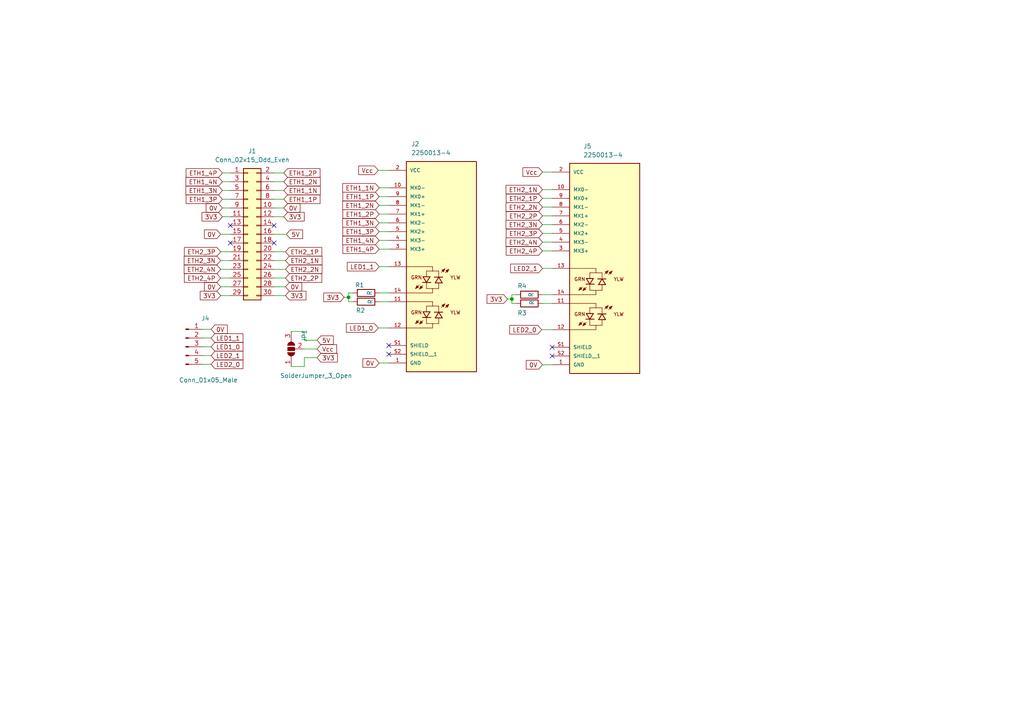
<source format=kicad_sch>
(kicad_sch (version 20211123) (generator eeschema)
  (paper "A4")
  (lib_symbols
    (symbol "Connector:Conn_01x05_Male" (pin_names (offset 1.016) hide)
      (property "Reference" "J" (at 0 7.62 0))
      (property "Value" "Conn_01x05_Male" (at 0 -7.62 0))
      (symbol "Conn_01x05_Male_1_1"
        (polyline (pts (xy 1.27 -5.08) (xy 0.8636 -5.08)) (stroke (width 0.1524)))
        (polyline (pts (xy 1.27 -2.54) (xy 0.8636 -2.54)) (stroke (width 0.1524)))
        (polyline (pts (xy 1.27 0) (xy 0.8636 0)) (stroke (width 0.1524)))
        (polyline (pts (xy 1.27 2.54) (xy 0.8636 2.54)) (stroke (width 0.1524)))
        (polyline (pts (xy 1.27 5.08) (xy 0.8636 5.08)) (stroke (width 0.1524)))
        (rectangle (start 0.8636 -4.953) (end 0 -5.207) (stroke (width 0.1524)) (fill (type outline)))
        (rectangle (start 0.8636 -2.413) (end 0 -2.667) (stroke (width 0.1524)) (fill (type outline)))
        (rectangle (start 0.8636 0.127) (end 0 -0.127) (stroke (width 0.1524)) (fill (type outline)))
        (rectangle (start 0.8636 2.667) (end 0 2.413) (stroke (width 0.1524)) (fill (type outline)))
        (rectangle (start 0.8636 5.207) (end 0 4.953) (stroke (width 0.1524)) (fill (type outline)))
        (pin passive line (at 5.08 5.08 180) (length 3.81) (name "Pin_1") (number "1"))
        (pin passive line (at 5.08 2.54 180) (length 3.81) (name "Pin_2") (number "2"))
        (pin passive line (at 5.08 0 180) (length 3.81) (name "Pin_3") (number "3"))
        (pin passive line (at 5.08 -2.54 180) (length 3.81) (name "Pin_4") (number "4"))
        (pin passive line (at 5.08 -5.08 180) (length 3.81) (name "Pin_5") (number "5"))
      )
    )
    (symbol "Connector_Generic:Conn_02x15_Odd_Even" (pin_names (offset 1.016) hide)
      (property "Reference" "J" (at 1.27 20.32 0))
      (property "Value" "Conn_02x15_Odd_Even" (at 1.27 -20.32 0))
      (symbol "Conn_02x15_Odd_Even_1_1"
        (rectangle (start -1.27 -17.653) (end 0 -17.907) (stroke (width 0.1524)))
        (rectangle (start -1.27 -15.113) (end 0 -15.367) (stroke (width 0.1524)))
        (rectangle (start -1.27 -12.573) (end 0 -12.827) (stroke (width 0.1524)))
        (rectangle (start -1.27 -10.033) (end 0 -10.287) (stroke (width 0.1524)))
        (rectangle (start -1.27 -7.493) (end 0 -7.747) (stroke (width 0.1524)))
        (rectangle (start -1.27 -4.953) (end 0 -5.207) (stroke (width 0.1524)))
        (rectangle (start -1.27 -2.413) (end 0 -2.667) (stroke (width 0.1524)))
        (rectangle (start -1.27 0.127) (end 0 -0.127) (stroke (width 0.1524)))
        (rectangle (start -1.27 2.667) (end 0 2.413) (stroke (width 0.1524)))
        (rectangle (start -1.27 5.207) (end 0 4.953) (stroke (width 0.1524)))
        (rectangle (start -1.27 7.747) (end 0 7.493) (stroke (width 0.1524)))
        (rectangle (start -1.27 10.287) (end 0 10.033) (stroke (width 0.1524)))
        (rectangle (start -1.27 12.827) (end 0 12.573) (stroke (width 0.1524)))
        (rectangle (start -1.27 15.367) (end 0 15.113) (stroke (width 0.1524)))
        (rectangle (start -1.27 17.907) (end 0 17.653) (stroke (width 0.1524)))
        (rectangle (start -1.27 19.05) (end 3.81 -19.05) (stroke (width 0.254)) (fill (type background)))
        (rectangle (start 3.81 -17.653) (end 2.54 -17.907) (stroke (width 0.1524)))
        (rectangle (start 3.81 -15.113) (end 2.54 -15.367) (stroke (width 0.1524)))
        (rectangle (start 3.81 -12.573) (end 2.54 -12.827) (stroke (width 0.1524)))
        (rectangle (start 3.81 -10.033) (end 2.54 -10.287) (stroke (width 0.1524)))
        (rectangle (start 3.81 -7.493) (end 2.54 -7.747) (stroke (width 0.1524)))
        (rectangle (start 3.81 -4.953) (end 2.54 -5.207) (stroke (width 0.1524)))
        (rectangle (start 3.81 -2.413) (end 2.54 -2.667) (stroke (width 0.1524)))
        (rectangle (start 3.81 0.127) (end 2.54 -0.127) (stroke (width 0.1524)))
        (rectangle (start 3.81 2.667) (end 2.54 2.413) (stroke (width 0.1524)))
        (rectangle (start 3.81 5.207) (end 2.54 4.953) (stroke (width 0.1524)))
        (rectangle (start 3.81 7.747) (end 2.54 7.493) (stroke (width 0.1524)))
        (rectangle (start 3.81 10.287) (end 2.54 10.033) (stroke (width 0.1524)))
        (rectangle (start 3.81 12.827) (end 2.54 12.573) (stroke (width 0.1524)))
        (rectangle (start 3.81 15.367) (end 2.54 15.113) (stroke (width 0.1524)))
        (rectangle (start 3.81 17.907) (end 2.54 17.653) (stroke (width 0.1524)))
        (pin passive line (at -5.08 17.78 0) (length 3.81) (name "Pin_1") (number "1"))
        (pin passive line (at 7.62 7.62 180) (length 3.81) (name "Pin_10") (number "10"))
        (pin passive line (at -5.08 5.08 0) (length 3.81) (name "Pin_11") (number "11"))
        (pin passive line (at 7.62 5.08 180) (length 3.81) (name "Pin_12") (number "12"))
        (pin passive line (at -5.08 2.54 0) (length 3.81) (name "Pin_13") (number "13"))
        (pin passive line (at 7.62 2.54 180) (length 3.81) (name "Pin_14") (number "14"))
        (pin passive line (at -5.08 0 0) (length 3.81) (name "Pin_15") (number "15"))
        (pin passive line (at 7.62 0 180) (length 3.81) (name "Pin_16") (number "16"))
        (pin passive line (at -5.08 -2.54 0) (length 3.81) (name "Pin_17") (number "17"))
        (pin passive line (at 7.62 -2.54 180) (length 3.81) (name "Pin_18") (number "18"))
        (pin passive line (at -5.08 -5.08 0) (length 3.81) (name "Pin_19") (number "19"))
        (pin passive line (at 7.62 17.78 180) (length 3.81) (name "Pin_2") (number "2"))
        (pin passive line (at 7.62 -5.08 180) (length 3.81) (name "Pin_20") (number "20"))
        (pin passive line (at -5.08 -7.62 0) (length 3.81) (name "Pin_21") (number "21"))
        (pin passive line (at 7.62 -7.62 180) (length 3.81) (name "Pin_22") (number "22"))
        (pin passive line (at -5.08 -10.16 0) (length 3.81) (name "Pin_23") (number "23"))
        (pin passive line (at 7.62 -10.16 180) (length 3.81) (name "Pin_24") (number "24"))
        (pin passive line (at -5.08 -12.7 0) (length 3.81) (name "Pin_25") (number "25"))
        (pin passive line (at 7.62 -12.7 180) (length 3.81) (name "Pin_26") (number "26"))
        (pin passive line (at -5.08 -15.24 0) (length 3.81) (name "Pin_27") (number "27"))
        (pin passive line (at 7.62 -15.24 180) (length 3.81) (name "Pin_28") (number "28"))
        (pin passive line (at -5.08 -17.78 0) (length 3.81) (name "Pin_29") (number "29"))
        (pin passive line (at -5.08 15.24 0) (length 3.81) (name "Pin_3") (number "3"))
        (pin passive line (at 7.62 -17.78 180) (length 3.81) (name "Pin_30") (number "30"))
        (pin passive line (at 7.62 15.24 180) (length 3.81) (name "Pin_4") (number "4"))
        (pin passive line (at -5.08 12.7 0) (length 3.81) (name "Pin_5") (number "5"))
        (pin passive line (at 7.62 12.7 180) (length 3.81) (name "Pin_6") (number "6"))
        (pin passive line (at -5.08 10.16 0) (length 3.81) (name "Pin_7") (number "7"))
        (pin passive line (at 7.62 10.16 180) (length 3.81) (name "Pin_8") (number "8"))
        (pin passive line (at -5.08 7.62 0) (length 3.81) (name "Pin_9") (number "9"))
      )
    )
    (symbol "DaveLib:2250013-4" (pin_names (offset 1.016))
      (property "Reference" "J" (at -10.16 28.702 0))
      (property "Value" "2250013-4" (at -10.16 -35.56 0))
      (symbol "2250013-4_0_0"
        (rectangle (start -10.16 -33.02) (end 10.16 27.94) (stroke (width 0.254)) (fill (type background)))
        (polyline (pts (xy -6.477 -18.034) (xy -7.493 -19.05)) (stroke (width 0.1524)))
        (polyline (pts (xy -6.477 -7.874) (xy -7.493 -8.89)) (stroke (width 0.1524)))
        (polyline (pts (xy -5.461 -17.272) (xy -4.318 -17.272)) (stroke (width 0.254)))
        (polyline (pts (xy -5.461 -7.112) (xy -4.318 -7.112)) (stroke (width 0.254)))
        (polyline (pts (xy -5.334 -18.161) (xy -6.35 -19.177)) (stroke (width 0.1524)))
        (polyline (pts (xy -5.334 -15.621) (xy -4.318 -17.272)) (stroke (width 0.254)))
        (polyline (pts (xy -5.334 -15.621) (xy -3.302 -15.621)) (stroke (width 0.254)))
        (polyline (pts (xy -5.334 -8.001) (xy -6.35 -9.017)) (stroke (width 0.1524)))
        (polyline (pts (xy -5.334 -5.461) (xy -4.318 -7.112)) (stroke (width 0.254)))
        (polyline (pts (xy -5.334 -5.461) (xy -3.302 -5.461)) (stroke (width 0.254)))
        (polyline (pts (xy -4.318 -19.05) (xy -2.54 -19.05)) (stroke (width 0.1524)))
        (polyline (pts (xy -4.318 -17.399) (xy -4.318 -19.05)) (stroke (width 0.1524)))
        (polyline (pts (xy -4.318 -17.272) (xy -3.302 -15.621)) (stroke (width 0.254)))
        (polyline (pts (xy -4.318 -17.272) (xy -3.048 -17.272)) (stroke (width 0.254)))
        (polyline (pts (xy -4.318 -13.97) (xy -4.318 -15.494)) (stroke (width 0.1524)))
        (polyline (pts (xy -4.318 -13.97) (xy -2.54 -13.97)) (stroke (width 0.1524)))
        (polyline (pts (xy -4.318 -8.89) (xy -2.54 -8.89)) (stroke (width 0.1524)))
        (polyline (pts (xy -4.318 -7.239) (xy -4.318 -8.89)) (stroke (width 0.1524)))
        (polyline (pts (xy -4.318 -7.112) (xy -3.302 -5.461)) (stroke (width 0.254)))
        (polyline (pts (xy -4.318 -7.112) (xy -3.048 -7.112)) (stroke (width 0.254)))
        (polyline (pts (xy -4.318 -3.81) (xy -4.318 -5.334)) (stroke (width 0.1524)))
        (polyline (pts (xy -4.318 -3.81) (xy -2.54 -3.81)) (stroke (width 0.1524)))
        (polyline (pts (xy -2.54 -20.32) (xy -10.16 -20.32)) (stroke (width 0.1524)))
        (polyline (pts (xy -2.54 -19.05) (xy -2.54 -20.32)) (stroke (width 0.1524)))
        (polyline (pts (xy -2.54 -19.05) (xy -0.762 -19.05)) (stroke (width 0.1524)))
        (polyline (pts (xy -2.54 -13.97) (xy -2.54 -12.7)) (stroke (width 0.1524)))
        (polyline (pts (xy -2.54 -13.97) (xy -0.762 -13.97)) (stroke (width 0.1524)))
        (polyline (pts (xy -2.54 -12.7) (xy -10.16 -12.7)) (stroke (width 0.1524)))
        (polyline (pts (xy -2.54 -10.16) (xy -10.16 -10.16)) (stroke (width 0.1524)))
        (polyline (pts (xy -2.54 -8.89) (xy -2.54 -10.16)) (stroke (width 0.1524)))
        (polyline (pts (xy -2.54 -8.89) (xy -0.762 -8.89)) (stroke (width 0.1524)))
        (polyline (pts (xy -2.54 -3.81) (xy -2.54 -2.54)) (stroke (width 0.1524)))
        (polyline (pts (xy -2.54 -3.81) (xy -0.762 -3.81)) (stroke (width 0.1524)))
        (polyline (pts (xy -2.54 -2.54) (xy -10.16 -2.54)) (stroke (width 0.1524)))
        (polyline (pts (xy -0.762 -19.05) (xy -0.762 -17.526)) (stroke (width 0.1524)))
        (polyline (pts (xy -0.762 -15.748) (xy -2.032 -15.748)) (stroke (width 0.254)))
        (polyline (pts (xy -0.762 -15.748) (xy -1.778 -17.399)) (stroke (width 0.254)))
        (polyline (pts (xy -0.762 -15.621) (xy -0.762 -13.97)) (stroke (width 0.1524)))
        (polyline (pts (xy -0.762 -8.89) (xy -0.762 -7.366)) (stroke (width 0.1524)))
        (polyline (pts (xy -0.762 -5.588) (xy -2.032 -5.588)) (stroke (width 0.254)))
        (polyline (pts (xy -0.762 -5.588) (xy -1.778 -7.239)) (stroke (width 0.254)))
        (polyline (pts (xy -0.762 -5.461) (xy -0.762 -3.81)) (stroke (width 0.1524)))
        (polyline (pts (xy 0 -14.351) (xy 1.016 -13.335)) (stroke (width 0.1524)))
        (polyline (pts (xy 0 -4.191) (xy 1.016 -3.175)) (stroke (width 0.1524)))
        (polyline (pts (xy 0.254 -17.399) (xy -1.778 -17.399)) (stroke (width 0.254)))
        (polyline (pts (xy 0.254 -17.399) (xy -0.762 -15.748)) (stroke (width 0.254)))
        (polyline (pts (xy 0.254 -7.239) (xy -1.778 -7.239)) (stroke (width 0.254)))
        (polyline (pts (xy 0.254 -7.239) (xy -0.762 -5.588)) (stroke (width 0.254)))
        (polyline (pts (xy 0.381 -15.748) (xy -0.762 -15.748)) (stroke (width 0.254)))
        (polyline (pts (xy 0.381 -5.588) (xy -0.762 -5.588)) (stroke (width 0.254)))
        (polyline (pts (xy 1.143 -14.478) (xy 2.159 -13.462)) (stroke (width 0.1524)))
        (polyline (pts (xy 1.143 -4.318) (xy 2.159 -3.302)) (stroke (width 0.1524)))
        (polyline (pts (xy -7.493 -19.05) (xy -6.604 -18.669) (xy -7.112 -18.161) (xy -7.493 -19.05)) (stroke (width 0.1524)) (fill (type outline)))
        (polyline (pts (xy -7.493 -8.89) (xy -6.604 -8.509) (xy -7.112 -8.001) (xy -7.493 -8.89)) (stroke (width 0.1524)) (fill (type outline)))
        (polyline (pts (xy -6.35 -19.177) (xy -5.461 -18.796) (xy -5.969 -18.288) (xy -6.35 -19.177)) (stroke (width 0.1524)) (fill (type outline)))
        (polyline (pts (xy -6.35 -9.017) (xy -5.461 -8.636) (xy -5.969 -8.128) (xy -6.35 -9.017)) (stroke (width 0.1524)) (fill (type outline)))
        (polyline (pts (xy 1.016 -13.335) (xy 0.127 -13.716) (xy 0.635 -14.224) (xy 1.016 -13.335)) (stroke (width 0.1524)) (fill (type outline)))
        (polyline (pts (xy 1.016 -3.175) (xy 0.127 -3.556) (xy 0.635 -4.064) (xy 1.016 -3.175)) (stroke (width 0.1524)) (fill (type outline)))
        (polyline (pts (xy 2.159 -13.462) (xy 1.27 -13.843) (xy 1.778 -14.351) (xy 2.159 -13.462)) (stroke (width 0.1524)) (fill (type outline)))
        (polyline (pts (xy 2.159 -3.302) (xy 1.27 -3.683) (xy 1.778 -4.191) (xy 2.159 -3.302)) (stroke (width 0.1524)) (fill (type outline)))
        (text "GRN" (at -8.89 -15.24 0) (effects (font (size 1.016 1.016)) (justify left top)))
        (text "GRN" (at -8.89 -5.08 0) (effects (font (size 1.016 1.016)) (justify left top)))
        (text "YLW" (at 2.54 -15.24 0) (effects (font (size 1.016 1.016)) (justify left top)))
        (text "YLW" (at 2.54 -5.08 0) (effects (font (size 1.016 1.016)) (justify left top)))
        (pin power_in line (at -15.24 -30.48 0) (length 5.08) (name "GND") (number "1"))
        (pin passive line (at -15.24 20.32 0) (length 5.08) (name "MX0-") (number "10"))
        (pin passive line (at -15.24 -12.7 0) (length 5.08) (name "~") (number "11"))
        (pin passive line (at -15.24 -20.32 0) (length 5.08) (name "~") (number "12"))
        (pin passive line (at -15.24 -2.54 0) (length 5.08) (name "~") (number "13"))
        (pin passive line (at -15.24 -10.16 0) (length 5.08) (name "~") (number "14"))
        (pin power_in line (at -15.24 25.4 0) (length 5.08) (name "VCC") (number "2"))
        (pin passive line (at -15.24 2.54 0) (length 5.08) (name "MX3+") (number "3"))
        (pin passive line (at -15.24 5.08 0) (length 5.08) (name "MX3-") (number "4"))
        (pin passive line (at -15.24 7.62 0) (length 5.08) (name "MX2+") (number "5"))
        (pin passive line (at -15.24 10.16 0) (length 5.08) (name "MX2-") (number "6"))
        (pin passive line (at -15.24 12.7 0) (length 5.08) (name "MX1+") (number "7"))
        (pin passive line (at -15.24 15.24 0) (length 5.08) (name "MX1-") (number "8"))
        (pin passive line (at -15.24 17.78 0) (length 5.08) (name "MX0+") (number "9"))
        (pin passive line (at -15.24 -25.4 0) (length 5.08) (name "SHIELD") (number "S1"))
        (pin passive line (at -15.24 -27.94 0) (length 5.08) (name "SHIELD__1") (number "S2"))
      )
    )
    (symbol "Device:R" (pin_numbers hide) (pin_names (offset 0))
      (property "Reference" "R" (at 2.032 0 90))
      (property "Value" "R" (at 0 0 90))
      (symbol "R_0_1"
        (rectangle (start -1.016 -2.54) (end 1.016 2.54) (stroke (width 0.254)))
      )
      (symbol "R_1_1"
        (pin passive line (at 0 3.81 270) (length 1.27) (name "~") (number "1"))
        (pin passive line (at 0 -3.81 90) (length 1.27) (name "~") (number "2"))
      )
    )
    (symbol "keyboard-rescue:SolderJumper_3_Open-Jumper" (pin_names (offset 0) hide)
      (property "Reference" "JP" (at -2.54 -2.54 0))
      (property "Value" "SolderJumper_3_Open-Jumper" (at 0 2.794 0))
      (symbol "SolderJumper_3_Open-Jumper_0_1"
        (arc (start -1.016 1.016) (mid -2.032 0) (end -1.016 -1.016))
        (arc (start -1.016 1.016) (mid -2.032 0) (end -1.016 -1.016) (fill (type outline)))
        (rectangle (start -0.508 1.016) (end 0.508 -1.016) (fill (type outline)))
        (polyline (pts (xy -2.54 0) (xy -2.032 0)))
        (polyline (pts (xy -1.016 1.016) (xy -1.016 -1.016)))
        (polyline (pts (xy 0 -1.27) (xy 0 -1.016)))
        (polyline (pts (xy 1.016 1.016) (xy 1.016 -1.016)))
        (polyline (pts (xy 2.54 0) (xy 2.032 0)))
        (arc (start 1.016 -1.016) (mid 2.032 0) (end 1.016 1.016))
        (arc (start 1.016 -1.016) (mid 2.032 0) (end 1.016 1.016) (fill (type outline)))
      )
      (symbol "SolderJumper_3_Open-Jumper_1_1"
        (pin passive line (at -5.08 0 0) (length 2.54) (name "A") (number "1"))
        (pin input line (at 0 -3.81 90) (length 2.54) (name "C") (number "2"))
        (pin passive line (at 5.08 0 180) (length 2.54) (name "B") (number "3"))
      )
    )
  )
  (junction (at 101.092 86.233))
  (junction (at 148.463 86.741))
  (no_connect (at 112.776 102.743))
  (no_connect (at 79.502 70.485))
  (no_connect (at 112.776 100.203))
  (no_connect (at 160.147 103.251))
  (no_connect (at 66.802 70.485))
  (no_connect (at 66.802 65.405))
  (no_connect (at 160.147 100.711))
  (no_connect (at 79.502 65.405))
  (wire (pts (xy 84.455 106.299) (xy 88.265 106.299)))
  (wire (pts (xy 157.353 62.611) (xy 160.147 62.611)))
  (wire (pts (xy 58.928 103.124) (xy 61.214 103.124)))
  (wire (pts (xy 109.982 69.723) (xy 112.776 69.723)))
  (wire (pts (xy 109.982 62.103) (xy 112.776 62.103)))
  (wire (pts (xy 79.502 75.565) (xy 82.804 75.565)))
  (wire (pts (xy 101.092 84.963) (xy 101.092 86.233)))
  (wire (pts (xy 79.502 85.725) (xy 82.804 85.725)))
  (wire (pts (xy 101.092 87.503) (xy 102.362 87.503)))
  (wire (pts (xy 79.502 57.785) (xy 82.296 57.785)))
  (wire (pts (xy 88.265 101.219) (xy 91.948 101.219)))
  (wire (pts (xy 88.265 103.759) (xy 91.948 103.759)))
  (wire (pts (xy 64.516 57.785) (xy 66.802 57.785)))
  (wire (pts (xy 148.463 88.011) (xy 149.733 88.011)))
  (wire (pts (xy 157.099 95.631) (xy 160.147 95.631)))
  (wire (pts (xy 79.502 50.165) (xy 82.296 50.165)))
  (wire (pts (xy 157.353 57.531) (xy 160.147 57.531)))
  (wire (pts (xy 109.982 84.963) (xy 112.776 84.963)))
  (wire (pts (xy 109.982 64.643) (xy 112.776 64.643)))
  (wire (pts (xy 157.353 67.691) (xy 160.147 67.691)))
  (wire (pts (xy 157.353 77.851) (xy 160.147 77.851)))
  (wire (pts (xy 79.502 55.245) (xy 82.296 55.245)))
  (wire (pts (xy 79.502 52.705) (xy 82.296 52.705)))
  (wire (pts (xy 157.353 72.771) (xy 160.147 72.771)))
  (wire (pts (xy 157.353 54.991) (xy 160.147 54.991)))
  (wire (pts (xy 64.008 85.725) (xy 66.802 85.725)))
  (wire (pts (xy 157.353 65.151) (xy 160.147 65.151)))
  (wire (pts (xy 109.982 59.563) (xy 112.776 59.563)))
  (wire (pts (xy 64.008 78.105) (xy 66.802 78.105)))
  (wire (pts (xy 58.928 95.504) (xy 61.214 95.504)))
  (wire (pts (xy 148.463 85.471) (xy 148.463 86.741)))
  (wire (pts (xy 64.008 73.025) (xy 66.802 73.025)))
  (wire (pts (xy 64.516 62.865) (xy 66.802 62.865)))
  (wire (pts (xy 64.008 67.945) (xy 66.802 67.945)))
  (wire (pts (xy 109.982 57.023) (xy 112.776 57.023)))
  (wire (pts (xy 79.502 62.865) (xy 82.296 62.865)))
  (wire (pts (xy 109.982 87.503) (xy 112.776 87.503)))
  (wire (pts (xy 64.516 60.325) (xy 66.802 60.325)))
  (wire (pts (xy 79.502 78.105) (xy 82.804 78.105)))
  (wire (pts (xy 58.928 100.584) (xy 61.214 100.584)))
  (wire (pts (xy 88.265 96.139) (xy 88.265 98.679)))
  (wire (pts (xy 157.353 105.791) (xy 160.147 105.791)))
  (wire (pts (xy 147.193 86.741) (xy 148.463 86.741)))
  (wire (pts (xy 79.502 73.025) (xy 82.804 73.025)))
  (wire (pts (xy 157.353 49.911) (xy 160.147 49.911)))
  (wire (pts (xy 88.265 98.679) (xy 91.948 98.679)))
  (wire (pts (xy 157.353 88.011) (xy 160.147 88.011)))
  (wire (pts (xy 64.516 55.245) (xy 66.802 55.245)))
  (wire (pts (xy 88.265 106.299) (xy 88.265 103.759)))
  (wire (pts (xy 148.463 86.741) (xy 148.463 88.011)))
  (wire (pts (xy 109.982 54.483) (xy 112.776 54.483)))
  (wire (pts (xy 109.982 105.283) (xy 112.776 105.283)))
  (wire (pts (xy 99.822 86.233) (xy 101.092 86.233)))
  (wire (pts (xy 79.502 60.325) (xy 82.296 60.325)))
  (wire (pts (xy 79.502 83.185) (xy 82.804 83.185)))
  (wire (pts (xy 101.092 86.233) (xy 101.092 87.503)))
  (wire (pts (xy 149.733 85.471) (xy 148.463 85.471)))
  (wire (pts (xy 58.928 98.044) (xy 61.214 98.044)))
  (wire (pts (xy 109.982 77.343) (xy 112.776 77.343)))
  (wire (pts (xy 109.728 49.403) (xy 112.776 49.403)))
  (wire (pts (xy 157.353 85.471) (xy 160.147 85.471)))
  (wire (pts (xy 79.502 67.945) (xy 83.058 67.945)))
  (wire (pts (xy 64.516 50.165) (xy 66.802 50.165)))
  (wire (pts (xy 102.362 84.963) (xy 101.092 84.963)))
  (wire (pts (xy 79.502 80.645) (xy 82.804 80.645)))
  (wire (pts (xy 157.353 70.231) (xy 160.147 70.231)))
  (wire (pts (xy 58.928 105.664) (xy 61.214 105.664)))
  (wire (pts (xy 64.008 83.185) (xy 66.802 83.185)))
  (wire (pts (xy 64.008 75.565) (xy 66.802 75.565)))
  (wire (pts (xy 84.455 96.139) (xy 88.265 96.139)))
  (wire (pts (xy 157.353 60.071) (xy 160.147 60.071)))
  (wire (pts (xy 109.728 95.123) (xy 112.776 95.123)))
  (wire (pts (xy 109.982 72.263) (xy 112.776 72.263)))
  (wire (pts (xy 64.516 52.705) (xy 66.802 52.705)))
  (wire (pts (xy 64.008 80.645) (xy 66.802 80.645)))
  (wire (pts (xy 109.982 67.183) (xy 112.776 67.183)))
  (global_label "3V3" (shape input) (at 91.948 103.759 0) (property "Intersheet References" "${INTERSHEET_REFS}" (effects hide)))
  (global_label "3V3" (shape input) (at 82.804 85.725 0) (property "Intersheet References" "${INTERSHEET_REFS}" (effects hide)))
  (global_label "ETH1_4N" (shape input) (at 64.516 52.705 180) (property "Intersheet References" "${INTERSHEET_REFS}" (effects hide)))
  (global_label "ETH1_3N" (shape input) (at 64.516 55.245 180) (property "Intersheet References" "${INTERSHEET_REFS}" (effects hide)))
  (global_label "ETH1_4P" (shape input) (at 64.516 50.165 180) (property "Intersheet References" "${INTERSHEET_REFS}" (effects hide)))
  (global_label "ETH1_1P" (shape input) (at 82.296 57.785 0) (property "Intersheet References" "${INTERSHEET_REFS}" (effects hide)))
  (global_label "ETH1_3P" (shape input) (at 64.516 57.785 180) (property "Intersheet References" "${INTERSHEET_REFS}" (effects hide)))
  (global_label "3V3" (shape input) (at 82.296 62.865 0) (property "Intersheet References" "${INTERSHEET_REFS}" (effects hide)))
  (global_label "Vcc" (shape input) (at 91.948 101.219 0) (property "Intersheet References" "${INTERSHEET_REFS}" (effects hide)))
  (global_label "ETH2_2P" (shape input) (at 82.804 80.645 0) (property "Intersheet References" "${INTERSHEET_REFS}" (effects hide)))
  (global_label "ETH2_3P" (shape input) (at 64.008 73.025 180) (property "Intersheet References" "${INTERSHEET_REFS}" (effects hide)))
  (global_label "5V" (shape input) (at 83.058 67.945 0) (property "Intersheet References" "${INTERSHEET_REFS}" (effects hide)))
  (global_label "0V" (shape input) (at 109.982 105.283 180) (property "Intersheet References" "${INTERSHEET_REFS}" (effects hide)))
  (global_label "ETH2_4P" (shape input) (at 64.008 80.645 180) (property "Intersheet References" "${INTERSHEET_REFS}" (effects hide)))
  (global_label "ETH2_1N" (shape input) (at 82.804 75.565 0) (property "Intersheet References" "${INTERSHEET_REFS}" (effects hide)))
  (global_label "ETH2_3P" (shape input) (at 157.353 67.691 180) (property "Intersheet References" "${INTERSHEET_REFS}" (effects hide)))
  (global_label "LED2_0" (shape input) (at 61.214 105.664 0) (property "Intersheet References" "${INTERSHEET_REFS}" (effects hide)))
  (global_label "ETH2_3N" (shape input) (at 157.353 65.151 180) (property "Intersheet References" "${INTERSHEET_REFS}" (effects hide)))
  (global_label "ETH1_1N" (shape input) (at 109.982 54.483 180) (property "Intersheet References" "${INTERSHEET_REFS}" (effects hide)))
  (global_label "ETH1_2N" (shape input) (at 82.296 52.705 0) (property "Intersheet References" "${INTERSHEET_REFS}" (effects hide)))
  (global_label "LED1_1" (shape input) (at 109.982 77.343 180) (property "Intersheet References" "${INTERSHEET_REFS}" (effects hide)))
  (global_label "3V3" (shape input) (at 64.516 62.865 180) (property "Intersheet References" "${INTERSHEET_REFS}" (effects hide)))
  (global_label "0V" (shape input) (at 82.804 83.185 0) (property "Intersheet References" "${INTERSHEET_REFS}" (effects hide)))
  (global_label "ETH1_4P" (shape input) (at 109.982 72.263 180) (property "Intersheet References" "${INTERSHEET_REFS}" (effects hide)))
  (global_label "3V3" (shape input) (at 64.008 85.725 180) (property "Intersheet References" "${INTERSHEET_REFS}" (effects hide)))
  (global_label "LED2_1" (shape input) (at 61.214 103.124 0) (property "Intersheet References" "${INTERSHEET_REFS}" (effects hide)))
  (global_label "ETH2_4N" (shape input) (at 157.353 70.231 180) (property "Intersheet References" "${INTERSHEET_REFS}" (effects hide)))
  (global_label "ETH1_1P" (shape input) (at 109.982 57.023 180) (property "Intersheet References" "${INTERSHEET_REFS}" (effects hide)))
  (global_label "ETH2_2P" (shape input) (at 157.353 62.611 180) (property "Intersheet References" "${INTERSHEET_REFS}" (effects hide)))
  (global_label "3V3" (shape input) (at 147.193 86.741 180) (property "Intersheet References" "${INTERSHEET_REFS}" (effects hide)))
  (global_label "0V" (shape input) (at 64.516 60.325 180) (property "Intersheet References" "${INTERSHEET_REFS}" (effects hide)))
  (global_label "ETH2_2N" (shape input) (at 82.804 78.105 0) (property "Intersheet References" "${INTERSHEET_REFS}" (effects hide)))
  (global_label "ETH2_1N" (shape input) (at 157.353 54.991 180) (property "Intersheet References" "${INTERSHEET_REFS}" (effects hide)))
  (global_label "0V" (shape input) (at 64.008 67.945 180) (property "Intersheet References" "${INTERSHEET_REFS}" (effects hide)))
  (global_label "ETH1_3P" (shape input) (at 109.982 67.183 180) (property "Intersheet References" "${INTERSHEET_REFS}" (effects hide)))
  (global_label "ETH2_2N" (shape input) (at 157.353 60.071 180) (property "Intersheet References" "${INTERSHEET_REFS}" (effects hide)))
  (global_label "0V" (shape input) (at 61.214 95.504 0) (property "Intersheet References" "${INTERSHEET_REFS}" (effects hide)))
  (global_label "5V" (shape input) (at 91.948 98.679 0) (property "Intersheet References" "${INTERSHEET_REFS}" (effects hide)))
  (global_label "0V" (shape input) (at 157.353 105.791 180) (property "Intersheet References" "${INTERSHEET_REFS}" (effects hide)))
  (global_label "ETH1_2P" (shape input) (at 82.296 50.165 0) (property "Intersheet References" "${INTERSHEET_REFS}" (effects hide)))
  (global_label "LED1_0" (shape input) (at 109.728 95.123 180) (property "Intersheet References" "${INTERSHEET_REFS}" (effects hide)))
  (global_label "0V" (shape input) (at 64.008 83.185 180) (property "Intersheet References" "${INTERSHEET_REFS}" (effects hide)))
  (global_label "ETH2_4P" (shape input) (at 157.353 72.771 180) (property "Intersheet References" "${INTERSHEET_REFS}" (effects hide)))
  (global_label "ETH1_2N" (shape input) (at 109.982 59.563 180) (property "Intersheet References" "${INTERSHEET_REFS}" (effects hide)))
  (global_label "ETH1_1N" (shape input) (at 82.296 55.245 0) (property "Intersheet References" "${INTERSHEET_REFS}" (effects hide)))
  (global_label "LED2_1" (shape input) (at 157.353 77.851 180) (property "Intersheet References" "${INTERSHEET_REFS}" (effects hide)))
  (global_label "3V3" (shape input) (at 99.822 86.233 180) (property "Intersheet References" "${INTERSHEET_REFS}" (effects hide)))
  (global_label "ETH2_3N" (shape input) (at 64.008 75.565 180) (property "Intersheet References" "${INTERSHEET_REFS}" (effects hide)))
  (global_label "LED1_0" (shape input) (at 61.214 100.584 0) (property "Intersheet References" "${INTERSHEET_REFS}" (effects hide)))
  (global_label "ETH1_2P" (shape input) (at 109.982 62.103 180) (property "Intersheet References" "${INTERSHEET_REFS}" (effects hide)))
  (global_label "ETH2_1P" (shape input) (at 82.804 73.025 0) (property "Intersheet References" "${INTERSHEET_REFS}" (effects hide)))
  (global_label "LED2_0" (shape input) (at 157.099 95.631 180) (property "Intersheet References" "${INTERSHEET_REFS}" (effects hide)))
  (global_label "Vcc" (shape input) (at 157.353 49.911 180) (property "Intersheet References" "${INTERSHEET_REFS}" (effects hide)))
  (global_label "0V" (shape input) (at 82.296 60.325 0) (property "Intersheet References" "${INTERSHEET_REFS}" (effects hide)))
  (global_label "ETH1_3N" (shape input) (at 109.982 64.643 180) (property "Intersheet References" "${INTERSHEET_REFS}" (effects hide)))
  (global_label "LED1_1" (shape input) (at 61.214 98.044 0) (property "Intersheet References" "${INTERSHEET_REFS}" (effects hide)))
  (global_label "ETH2_1P" (shape input) (at 157.353 57.531 180) (property "Intersheet References" "${INTERSHEET_REFS}" (effects hide)))
  (global_label "Vcc" (shape input) (at 109.728 49.403 180) (property "Intersheet References" "${INTERSHEET_REFS}" (effects hide)))
  (global_label "ETH2_4N" (shape input) (at 64.008 78.105 180) (property "Intersheet References" "${INTERSHEET_REFS}" (effects hide)))
  (global_label "ETH1_4N" (shape input) (at 109.982 69.723 180) (property "Intersheet References" "${INTERSHEET_REFS}" (effects hide)))
  (symbol (lib_id "Device:R") (at 106.172 87.503 90) (unit 1)
    (property "Reference" "R2" (at 105.918 90.043 90) (effects (justify left)))
    (property "Value" "R" (at 107.442 88.265 0) (effects (justify left)))
    (property "Footprint" "Resistor_SMD:R_0603_1608Metric" (effects hide))
  )
  (symbol (lib_id "DaveLib:2250013-4") (at 175.387 75.311 0) (unit 1)
    (property "Reference" "J5" (at 169.164 42.418 0) (effects (justify left)))
    (property "Value" "2250013-4" (at 169.164 44.958 0) (effects (justify left)))
    (property "Footprint" "kicad-lib:BEL_2250013-4" (effects hide))
    (property "PARTREV" "2" (effects hide))
    (property "STANDARD" "Manufacturer Recommendations" (effects hide))
    (property "MAXIMUM_PACKAGE_HEIGHT" "14.97mm" (effects hide))
    (property "MANUFACTURER" "BELFUSE" (effects hide))
  )
  (symbol (lib_id "Device:R") (at 106.172 84.963 90) (unit 1)
    (property "Reference" "R1" (at 105.664 82.677 90) (effects (justify left)))
    (property "Value" "R" (at 107.188 85.725 0) (effects (justify left)))
    (property "Footprint" "Resistor_SMD:R_0603_1608Metric" (effects hide))
  )
  (symbol (lib_id "Device:R") (at 153.543 88.011 90) (unit 1)
    (property "Reference" "R3" (at 152.781 90.805 90) (effects (justify left)))
    (property "Value" "R" (at 154.305 88.519 0) (effects (justify left)))
    (property "Footprint" "Resistor_SMD:R_0603_1608Metric" (effects hide))
  )
  (symbol (lib_id "Device:R") (at 153.543 85.471 90) (unit 1)
    (property "Reference" "R4" (at 152.781 82.931 90) (effects (justify left)))
    (property "Value" "R" (at 154.051 86.233 0) (effects (justify left)))
    (property "Footprint" "Resistor_SMD:R_0603_1608Metric" (effects hide))
  )
  (symbol (lib_id "Connector:Conn_01x05_Male") (at 53.848 100.584 0) (unit 1)
    (property "Reference" "J4" (at 59.563 92.329 0))
    (property "Value" "Conn_01x05_Male" (at 60.452 110.236 0))
    (property "Footprint" "Connector_PinHeader_2.54mm:PinHeader_1x05_P2.54mm_Vertical" (effects hide))
  )
  (symbol (lib_id "keyboard-rescue:SolderJumper_3_Open-Jumper") (at 84.455 101.219 90) (unit 1)
    (property "Reference" "JP1" (at 88.265 97.409 0))
    (property "Value" "SolderJumper_3_Open" (at 91.694 108.966 90))
    (property "Footprint" "Jumper:SolderJumper-3_P1.3mm_Open_RoundedPad1.0x1.5mm" (effects hide))
  )
  (symbol (lib_id "Connector_Generic:Conn_02x15_Odd_Even") (at 71.882 67.945 0) (unit 1)
    (property "Reference" "J1" (at 73.152 43.815 0))
    (property "Value" "Conn_02x15_Odd_Even" (at 73.152 46.355 0))
    (property "Footprint" "Connector_PinHeader_2.54mm:PinHeader_2x15_P2.54mm_Vertical" (effects hide))
  )
  (symbol (lib_id "DaveLib:2250013-4") (at 128.016 74.803 0) (unit 1)
    (property "Reference" "J2" (at 119.253 41.783 0) (effects (justify left)))
    (property "Value" "2250013-4" (at 119.253 44.323 0) (effects (justify left)))
    (property "Footprint" "kicad-lib:BEL_2250013-4" (effects hide))
    (property "PARTREV" "2" (effects hide))
    (property "STANDARD" "Manufacturer Recommendations" (effects hide))
    (property "MAXIMUM_PACKAGE_HEIGHT" "14.97mm" (effects hide))
    (property "MANUFACTURER" "BELFUSE" (effects hide))
  )
)
</source>
